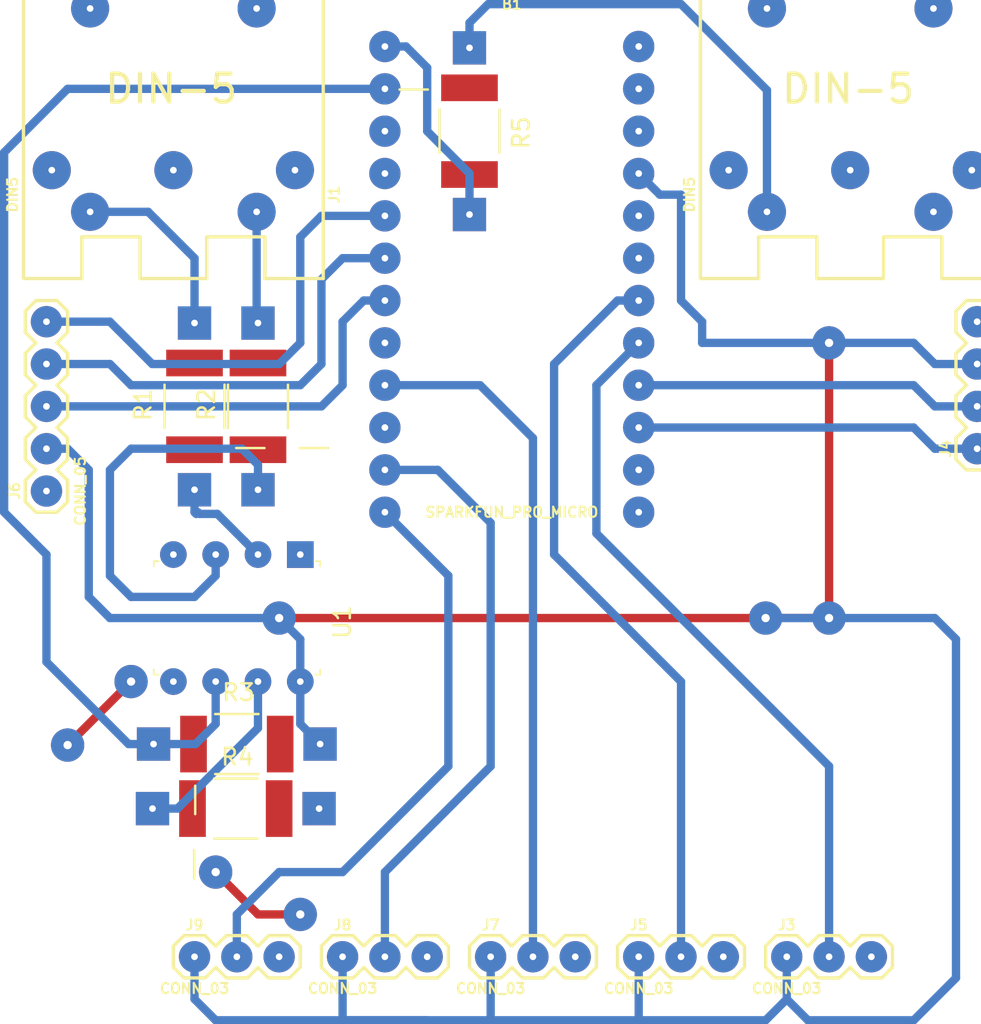
<source format=kicad_pcb>
(kicad_pcb (version 20171130) (host pcbnew "(5.1.4-0-10_14)")

  (general
    (thickness 1.6)
    (drawings 0)
    (tracks 145)
    (zones 0)
    (modules 16)
    (nets 39)
  )

  (page A4)
  (layers
    (0 F.Cu signal hide)
    (31 B.Cu signal)
    (32 B.Adhes user hide)
    (33 F.Adhes user hide)
    (34 B.Paste user hide)
    (35 F.Paste user hide)
    (36 B.SilkS user hide)
    (37 F.SilkS user hide)
    (38 B.Mask user hide)
    (39 F.Mask user hide)
    (40 Dwgs.User user hide)
    (41 Cmts.User user hide)
    (42 Eco1.User user hide)
    (43 Eco2.User user hide)
    (44 Edge.Cuts user hide)
    (45 Margin user hide)
    (46 B.CrtYd user hide)
    (47 F.CrtYd user hide)
    (48 B.Fab user hide)
    (49 F.Fab user hide)
  )

  (setup
    (last_trace_width 0.5)
    (user_trace_width 0.5)
    (user_trace_width 1)
    (user_trace_width 1.2)
    (user_trace_width 1.5)
    (user_trace_width 2)
    (trace_clearance 0.2)
    (zone_clearance 0.508)
    (zone_45_only no)
    (trace_min 0.2)
    (via_size 0.8)
    (via_drill 0.4)
    (via_min_size 0.4)
    (via_min_drill 0.3)
    (user_via 2 0.5)
    (uvia_size 0.3)
    (uvia_drill 0.1)
    (uvias_allowed no)
    (uvia_min_size 0.2)
    (uvia_min_drill 0.1)
    (edge_width 0.05)
    (segment_width 0.2)
    (pcb_text_width 0.3)
    (pcb_text_size 1.5 1.5)
    (mod_edge_width 0.12)
    (mod_text_size 1 1)
    (mod_text_width 0.15)
    (pad_size 1.8796 1.8796)
    (pad_drill 0.4)
    (pad_to_mask_clearance 0.051)
    (solder_mask_min_width 0.25)
    (aux_axis_origin 0 0)
    (visible_elements FFF9F71F)
    (pcbplotparams
      (layerselection 0x010fc_ffffffff)
      (usegerberextensions false)
      (usegerberattributes false)
      (usegerberadvancedattributes false)
      (creategerberjobfile false)
      (excludeedgelayer true)
      (linewidth 0.100000)
      (plotframeref false)
      (viasonmask false)
      (mode 1)
      (useauxorigin false)
      (hpglpennumber 1)
      (hpglpenspeed 20)
      (hpglpendiameter 15.000000)
      (psnegative false)
      (psa4output false)
      (plotreference true)
      (plotvalue true)
      (plotinvisibletext false)
      (padsonsilk false)
      (subtractmaskfromsilk false)
      (outputformat 1)
      (mirror false)
      (drillshape 1)
      (scaleselection 1)
      (outputdirectory ""))
  )

  (net 0 "")
  (net 1 "Net-(B1-Pad24)")
  (net 2 GND)
  (net 3 "Net-(B1-Pad22)")
  (net 4 "Net-(B1-Pad21)")
  (net 5 "Net-(B1-Pad20)")
  (net 6 "Net-(B1-Pad19)")
  (net 7 "Net-(B1-Pad18)")
  (net 8 "Net-(B1-Pad17)")
  (net 9 "Net-(B1-Pad16)")
  (net 10 "Net-(B1-Pad15)")
  (net 11 "Net-(B1-Pad14)")
  (net 12 "Net-(B1-Pad13)")
  (net 13 "Net-(B1-Pad12)")
  (net 14 "Net-(B1-Pad11)")
  (net 15 "Net-(B1-Pad10)")
  (net 16 "Net-(B1-Pad9)")
  (net 17 "Net-(B1-Pad8)")
  (net 18 "Net-(B1-Pad7)")
  (net 19 "Net-(B1-Pad6)")
  (net 20 "Net-(B1-Pad5)")
  (net 21 "Net-(B1-Pad4)")
  (net 22 "Net-(B1-Pad3)")
  (net 23 "Net-(B1-Pad2)")
  (net 24 "Net-(B1-Pad1)")
  (net 25 "Net-(J1-Pad5)")
  (net 26 "Net-(J1-Pad4)")
  (net 27 "Net-(J1-Pad3)")
  (net 28 "Net-(J1-Pad2)")
  (net 29 "Net-(J1-Pad1)")
  (net 30 "Net-(J2-Pad4)")
  (net 31 "Net-(J2-Pad3)")
  (net 32 "Net-(J2-Pad2)")
  (net 33 "Net-(J2-Pad1)")
  (net 34 "Net-(R1-Pad1)")
  (net 35 "Net-(R2-Pad1)")
  (net 36 "Net-(R4-Pad1)")
  (net 37 "Net-(U1-Pad4)")
  (net 38 "Net-(U1-Pad1)")

  (net_class Default "This is the default net class."
    (clearance 0.2)
    (trace_width 0.25)
    (via_dia 0.8)
    (via_drill 0.4)
    (uvia_dia 0.3)
    (uvia_drill 0.1)
    (add_net GND)
    (add_net "Net-(B1-Pad1)")
    (add_net "Net-(B1-Pad10)")
    (add_net "Net-(B1-Pad11)")
    (add_net "Net-(B1-Pad12)")
    (add_net "Net-(B1-Pad13)")
    (add_net "Net-(B1-Pad14)")
    (add_net "Net-(B1-Pad15)")
    (add_net "Net-(B1-Pad16)")
    (add_net "Net-(B1-Pad17)")
    (add_net "Net-(B1-Pad18)")
    (add_net "Net-(B1-Pad19)")
    (add_net "Net-(B1-Pad2)")
    (add_net "Net-(B1-Pad20)")
    (add_net "Net-(B1-Pad21)")
    (add_net "Net-(B1-Pad22)")
    (add_net "Net-(B1-Pad24)")
    (add_net "Net-(B1-Pad3)")
    (add_net "Net-(B1-Pad4)")
    (add_net "Net-(B1-Pad5)")
    (add_net "Net-(B1-Pad6)")
    (add_net "Net-(B1-Pad7)")
    (add_net "Net-(B1-Pad8)")
    (add_net "Net-(B1-Pad9)")
    (add_net "Net-(J1-Pad1)")
    (add_net "Net-(J1-Pad2)")
    (add_net "Net-(J1-Pad3)")
    (add_net "Net-(J1-Pad4)")
    (add_net "Net-(J1-Pad5)")
    (add_net "Net-(J2-Pad1)")
    (add_net "Net-(J2-Pad2)")
    (add_net "Net-(J2-Pad3)")
    (add_net "Net-(J2-Pad4)")
    (add_net "Net-(R1-Pad1)")
    (add_net "Net-(R2-Pad1)")
    (add_net "Net-(R4-Pad1)")
    (add_net "Net-(U1-Pad1)")
    (add_net "Net-(U1-Pad4)")
  )

  (module Sparkfun_Connectors:1X03 (layer F.Cu) (tedit 5DC145E5) (tstamp 5DC0BE40)
    (at 124.46 95.25)
    (descr "PLATED THROUGH HOLE - 3 PIN")
    (tags "PLATED THROUGH HOLE - 3 PIN")
    (path /5DC7B154)
    (attr virtual)
    (fp_text reference J9 (at 0 -1.905) (layer F.SilkS)
      (effects (font (size 0.6096 0.6096) (thickness 0.127)))
    )
    (fp_text value CONN_03 (at 0 1.905) (layer F.SilkS)
      (effects (font (size 0.6096 0.6096) (thickness 0.127)))
    )
    (fp_line (start 6.35 -0.635) (end 6.35 0.635) (layer F.SilkS) (width 0.2032))
    (fp_line (start 0.635 1.27) (end -0.635 1.27) (layer F.SilkS) (width 0.2032))
    (fp_line (start -1.27 0.635) (end -0.635 1.27) (layer F.SilkS) (width 0.2032))
    (fp_line (start -0.635 -1.27) (end -1.27 -0.635) (layer F.SilkS) (width 0.2032))
    (fp_line (start -1.27 -0.635) (end -1.27 0.635) (layer F.SilkS) (width 0.2032))
    (fp_line (start 1.905 1.27) (end 1.27 0.635) (layer F.SilkS) (width 0.2032))
    (fp_line (start 3.175 1.27) (end 1.905 1.27) (layer F.SilkS) (width 0.2032))
    (fp_line (start 3.81 0.635) (end 3.175 1.27) (layer F.SilkS) (width 0.2032))
    (fp_line (start 3.175 -1.27) (end 3.81 -0.635) (layer F.SilkS) (width 0.2032))
    (fp_line (start 1.905 -1.27) (end 3.175 -1.27) (layer F.SilkS) (width 0.2032))
    (fp_line (start 1.27 -0.635) (end 1.905 -1.27) (layer F.SilkS) (width 0.2032))
    (fp_line (start 1.27 0.635) (end 0.635 1.27) (layer F.SilkS) (width 0.2032))
    (fp_line (start 0.635 -1.27) (end 1.27 -0.635) (layer F.SilkS) (width 0.2032))
    (fp_line (start -0.635 -1.27) (end 0.635 -1.27) (layer F.SilkS) (width 0.2032))
    (fp_line (start 4.445 1.27) (end 3.81 0.635) (layer F.SilkS) (width 0.2032))
    (fp_line (start 5.715 1.27) (end 4.445 1.27) (layer F.SilkS) (width 0.2032))
    (fp_line (start 6.35 0.635) (end 5.715 1.27) (layer F.SilkS) (width 0.2032))
    (fp_line (start 5.715 -1.27) (end 6.35 -0.635) (layer F.SilkS) (width 0.2032))
    (fp_line (start 4.445 -1.27) (end 5.715 -1.27) (layer F.SilkS) (width 0.2032))
    (fp_line (start 3.81 -0.635) (end 4.445 -1.27) (layer F.SilkS) (width 0.2032))
    (fp_line (start -0.254 0.254) (end -0.254 -0.254) (layer Dwgs.User) (width 0.06604))
    (fp_line (start -0.254 -0.254) (end 0.254 -0.254) (layer Dwgs.User) (width 0.06604))
    (fp_line (start 0.254 0.254) (end 0.254 -0.254) (layer Dwgs.User) (width 0.06604))
    (fp_line (start -0.254 0.254) (end 0.254 0.254) (layer Dwgs.User) (width 0.06604))
    (fp_line (start 2.286 0.254) (end 2.286 -0.254) (layer Dwgs.User) (width 0.06604))
    (fp_line (start 2.286 -0.254) (end 2.794 -0.254) (layer Dwgs.User) (width 0.06604))
    (fp_line (start 2.794 0.254) (end 2.794 -0.254) (layer Dwgs.User) (width 0.06604))
    (fp_line (start 2.286 0.254) (end 2.794 0.254) (layer Dwgs.User) (width 0.06604))
    (fp_line (start 4.826 0.254) (end 4.826 -0.254) (layer Dwgs.User) (width 0.06604))
    (fp_line (start 4.826 -0.254) (end 5.334 -0.254) (layer Dwgs.User) (width 0.06604))
    (fp_line (start 5.334 0.254) (end 5.334 -0.254) (layer Dwgs.User) (width 0.06604))
    (fp_line (start 4.826 0.254) (end 5.334 0.254) (layer Dwgs.User) (width 0.06604))
    (pad 3 thru_hole circle (at 5.08 0) (size 1.8796 1.8796) (drill 0.4) (layers *.Cu *.Mask)
      (net 2 GND) (solder_mask_margin 0.1016))
    (pad 2 thru_hole circle (at 2.54 0) (size 1.8796 1.8796) (drill 0.4) (layers *.Cu *.Mask)
      (net 13 "Net-(B1-Pad12)") (solder_mask_margin 0.1016))
    (pad 1 thru_hole circle (at 0 0) (size 1.8796 1.8796) (drill 0.4) (layers *.Cu *.Mask)
      (net 4 "Net-(B1-Pad21)") (solder_mask_margin 0.1016))
  )

  (module Sparkfun_Connectors:1X03 (layer F.Cu) (tedit 5DC145F9) (tstamp 5DC0BE1A)
    (at 133.35 95.25)
    (descr "PLATED THROUGH HOLE - 3 PIN")
    (tags "PLATED THROUGH HOLE - 3 PIN")
    (path /5DC7B833)
    (attr virtual)
    (fp_text reference J8 (at 0 -1.905) (layer F.SilkS)
      (effects (font (size 0.6096 0.6096) (thickness 0.127)))
    )
    (fp_text value CONN_03 (at 0 1.905) (layer F.SilkS)
      (effects (font (size 0.6096 0.6096) (thickness 0.127)))
    )
    (fp_line (start 6.35 -0.635) (end 6.35 0.635) (layer F.SilkS) (width 0.2032))
    (fp_line (start 0.635 1.27) (end -0.635 1.27) (layer F.SilkS) (width 0.2032))
    (fp_line (start -1.27 0.635) (end -0.635 1.27) (layer F.SilkS) (width 0.2032))
    (fp_line (start -0.635 -1.27) (end -1.27 -0.635) (layer F.SilkS) (width 0.2032))
    (fp_line (start -1.27 -0.635) (end -1.27 0.635) (layer F.SilkS) (width 0.2032))
    (fp_line (start 1.905 1.27) (end 1.27 0.635) (layer F.SilkS) (width 0.2032))
    (fp_line (start 3.175 1.27) (end 1.905 1.27) (layer F.SilkS) (width 0.2032))
    (fp_line (start 3.81 0.635) (end 3.175 1.27) (layer F.SilkS) (width 0.2032))
    (fp_line (start 3.175 -1.27) (end 3.81 -0.635) (layer F.SilkS) (width 0.2032))
    (fp_line (start 1.905 -1.27) (end 3.175 -1.27) (layer F.SilkS) (width 0.2032))
    (fp_line (start 1.27 -0.635) (end 1.905 -1.27) (layer F.SilkS) (width 0.2032))
    (fp_line (start 1.27 0.635) (end 0.635 1.27) (layer F.SilkS) (width 0.2032))
    (fp_line (start 0.635 -1.27) (end 1.27 -0.635) (layer F.SilkS) (width 0.2032))
    (fp_line (start -0.635 -1.27) (end 0.635 -1.27) (layer F.SilkS) (width 0.2032))
    (fp_line (start 4.445 1.27) (end 3.81 0.635) (layer F.SilkS) (width 0.2032))
    (fp_line (start 5.715 1.27) (end 4.445 1.27) (layer F.SilkS) (width 0.2032))
    (fp_line (start 6.35 0.635) (end 5.715 1.27) (layer F.SilkS) (width 0.2032))
    (fp_line (start 5.715 -1.27) (end 6.35 -0.635) (layer F.SilkS) (width 0.2032))
    (fp_line (start 4.445 -1.27) (end 5.715 -1.27) (layer F.SilkS) (width 0.2032))
    (fp_line (start 3.81 -0.635) (end 4.445 -1.27) (layer F.SilkS) (width 0.2032))
    (fp_line (start -0.254 0.254) (end -0.254 -0.254) (layer Dwgs.User) (width 0.06604))
    (fp_line (start -0.254 -0.254) (end 0.254 -0.254) (layer Dwgs.User) (width 0.06604))
    (fp_line (start 0.254 0.254) (end 0.254 -0.254) (layer Dwgs.User) (width 0.06604))
    (fp_line (start -0.254 0.254) (end 0.254 0.254) (layer Dwgs.User) (width 0.06604))
    (fp_line (start 2.286 0.254) (end 2.286 -0.254) (layer Dwgs.User) (width 0.06604))
    (fp_line (start 2.286 -0.254) (end 2.794 -0.254) (layer Dwgs.User) (width 0.06604))
    (fp_line (start 2.794 0.254) (end 2.794 -0.254) (layer Dwgs.User) (width 0.06604))
    (fp_line (start 2.286 0.254) (end 2.794 0.254) (layer Dwgs.User) (width 0.06604))
    (fp_line (start 4.826 0.254) (end 4.826 -0.254) (layer Dwgs.User) (width 0.06604))
    (fp_line (start 4.826 -0.254) (end 5.334 -0.254) (layer Dwgs.User) (width 0.06604))
    (fp_line (start 5.334 0.254) (end 5.334 -0.254) (layer Dwgs.User) (width 0.06604))
    (fp_line (start 4.826 0.254) (end 5.334 0.254) (layer Dwgs.User) (width 0.06604))
    (pad 3 thru_hole circle (at 5.08 0) (size 1.8796 1.8796) (drill 0.4) (layers *.Cu *.Mask)
      (net 2 GND) (solder_mask_margin 0.1016))
    (pad 2 thru_hole circle (at 2.54 0) (size 1.8796 1.8796) (drill 0.4) (layers *.Cu *.Mask)
      (net 14 "Net-(B1-Pad11)") (solder_mask_margin 0.1016))
    (pad 1 thru_hole circle (at 0 0) (size 1.8796 1.8796) (drill 0.4) (layers *.Cu *.Mask)
      (net 4 "Net-(B1-Pad21)") (solder_mask_margin 0.1016))
  )

  (module Sparkfun_Connectors:1X03 (layer F.Cu) (tedit 5DC14608) (tstamp 5DC0BDF4)
    (at 142.24 95.25)
    (descr "PLATED THROUGH HOLE - 3 PIN")
    (tags "PLATED THROUGH HOLE - 3 PIN")
    (path /5DC7BBB2)
    (attr virtual)
    (fp_text reference J7 (at 0 -1.905) (layer F.SilkS)
      (effects (font (size 0.6096 0.6096) (thickness 0.127)))
    )
    (fp_text value CONN_03 (at 0 1.905) (layer F.SilkS)
      (effects (font (size 0.6096 0.6096) (thickness 0.127)))
    )
    (fp_line (start 6.35 -0.635) (end 6.35 0.635) (layer F.SilkS) (width 0.2032))
    (fp_line (start 0.635 1.27) (end -0.635 1.27) (layer F.SilkS) (width 0.2032))
    (fp_line (start -1.27 0.635) (end -0.635 1.27) (layer F.SilkS) (width 0.2032))
    (fp_line (start -0.635 -1.27) (end -1.27 -0.635) (layer F.SilkS) (width 0.2032))
    (fp_line (start -1.27 -0.635) (end -1.27 0.635) (layer F.SilkS) (width 0.2032))
    (fp_line (start 1.905 1.27) (end 1.27 0.635) (layer F.SilkS) (width 0.2032))
    (fp_line (start 3.175 1.27) (end 1.905 1.27) (layer F.SilkS) (width 0.2032))
    (fp_line (start 3.81 0.635) (end 3.175 1.27) (layer F.SilkS) (width 0.2032))
    (fp_line (start 3.175 -1.27) (end 3.81 -0.635) (layer F.SilkS) (width 0.2032))
    (fp_line (start 1.905 -1.27) (end 3.175 -1.27) (layer F.SilkS) (width 0.2032))
    (fp_line (start 1.27 -0.635) (end 1.905 -1.27) (layer F.SilkS) (width 0.2032))
    (fp_line (start 1.27 0.635) (end 0.635 1.27) (layer F.SilkS) (width 0.2032))
    (fp_line (start 0.635 -1.27) (end 1.27 -0.635) (layer F.SilkS) (width 0.2032))
    (fp_line (start -0.635 -1.27) (end 0.635 -1.27) (layer F.SilkS) (width 0.2032))
    (fp_line (start 4.445 1.27) (end 3.81 0.635) (layer F.SilkS) (width 0.2032))
    (fp_line (start 5.715 1.27) (end 4.445 1.27) (layer F.SilkS) (width 0.2032))
    (fp_line (start 6.35 0.635) (end 5.715 1.27) (layer F.SilkS) (width 0.2032))
    (fp_line (start 5.715 -1.27) (end 6.35 -0.635) (layer F.SilkS) (width 0.2032))
    (fp_line (start 4.445 -1.27) (end 5.715 -1.27) (layer F.SilkS) (width 0.2032))
    (fp_line (start 3.81 -0.635) (end 4.445 -1.27) (layer F.SilkS) (width 0.2032))
    (fp_line (start -0.254 0.254) (end -0.254 -0.254) (layer Dwgs.User) (width 0.06604))
    (fp_line (start -0.254 -0.254) (end 0.254 -0.254) (layer Dwgs.User) (width 0.06604))
    (fp_line (start 0.254 0.254) (end 0.254 -0.254) (layer Dwgs.User) (width 0.06604))
    (fp_line (start -0.254 0.254) (end 0.254 0.254) (layer Dwgs.User) (width 0.06604))
    (fp_line (start 2.286 0.254) (end 2.286 -0.254) (layer Dwgs.User) (width 0.06604))
    (fp_line (start 2.286 -0.254) (end 2.794 -0.254) (layer Dwgs.User) (width 0.06604))
    (fp_line (start 2.794 0.254) (end 2.794 -0.254) (layer Dwgs.User) (width 0.06604))
    (fp_line (start 2.286 0.254) (end 2.794 0.254) (layer Dwgs.User) (width 0.06604))
    (fp_line (start 4.826 0.254) (end 4.826 -0.254) (layer Dwgs.User) (width 0.06604))
    (fp_line (start 4.826 -0.254) (end 5.334 -0.254) (layer Dwgs.User) (width 0.06604))
    (fp_line (start 5.334 0.254) (end 5.334 -0.254) (layer Dwgs.User) (width 0.06604))
    (fp_line (start 4.826 0.254) (end 5.334 0.254) (layer Dwgs.User) (width 0.06604))
    (pad 3 thru_hole circle (at 5.08 0) (size 1.8796 1.8796) (drill 0.4) (layers *.Cu *.Mask)
      (net 2 GND) (solder_mask_margin 0.1016))
    (pad 2 thru_hole circle (at 2.54 0) (size 1.8796 1.8796) (drill 0.4) (layers *.Cu *.Mask)
      (net 16 "Net-(B1-Pad9)") (solder_mask_margin 0.1016))
    (pad 1 thru_hole circle (at 0 0) (size 1.8796 1.8796) (drill 0.4) (layers *.Cu *.Mask)
      (net 4 "Net-(B1-Pad21)") (solder_mask_margin 0.1016))
  )

  (module Sparkfun_Connectors:1X03 (layer F.Cu) (tedit 5DC14619) (tstamp 5DC0BDCE)
    (at 151.13 95.25)
    (descr "PLATED THROUGH HOLE - 3 PIN")
    (tags "PLATED THROUGH HOLE - 3 PIN")
    (path /5DC71CAA)
    (attr virtual)
    (fp_text reference J5 (at 0 -1.905) (layer F.SilkS)
      (effects (font (size 0.6096 0.6096) (thickness 0.127)))
    )
    (fp_text value CONN_03 (at 0 1.905) (layer F.SilkS)
      (effects (font (size 0.6096 0.6096) (thickness 0.127)))
    )
    (fp_line (start 6.35 -0.635) (end 6.35 0.635) (layer F.SilkS) (width 0.2032))
    (fp_line (start 0.635 1.27) (end -0.635 1.27) (layer F.SilkS) (width 0.2032))
    (fp_line (start -1.27 0.635) (end -0.635 1.27) (layer F.SilkS) (width 0.2032))
    (fp_line (start -0.635 -1.27) (end -1.27 -0.635) (layer F.SilkS) (width 0.2032))
    (fp_line (start -1.27 -0.635) (end -1.27 0.635) (layer F.SilkS) (width 0.2032))
    (fp_line (start 1.905 1.27) (end 1.27 0.635) (layer F.SilkS) (width 0.2032))
    (fp_line (start 3.175 1.27) (end 1.905 1.27) (layer F.SilkS) (width 0.2032))
    (fp_line (start 3.81 0.635) (end 3.175 1.27) (layer F.SilkS) (width 0.2032))
    (fp_line (start 3.175 -1.27) (end 3.81 -0.635) (layer F.SilkS) (width 0.2032))
    (fp_line (start 1.905 -1.27) (end 3.175 -1.27) (layer F.SilkS) (width 0.2032))
    (fp_line (start 1.27 -0.635) (end 1.905 -1.27) (layer F.SilkS) (width 0.2032))
    (fp_line (start 1.27 0.635) (end 0.635 1.27) (layer F.SilkS) (width 0.2032))
    (fp_line (start 0.635 -1.27) (end 1.27 -0.635) (layer F.SilkS) (width 0.2032))
    (fp_line (start -0.635 -1.27) (end 0.635 -1.27) (layer F.SilkS) (width 0.2032))
    (fp_line (start 4.445 1.27) (end 3.81 0.635) (layer F.SilkS) (width 0.2032))
    (fp_line (start 5.715 1.27) (end 4.445 1.27) (layer F.SilkS) (width 0.2032))
    (fp_line (start 6.35 0.635) (end 5.715 1.27) (layer F.SilkS) (width 0.2032))
    (fp_line (start 5.715 -1.27) (end 6.35 -0.635) (layer F.SilkS) (width 0.2032))
    (fp_line (start 4.445 -1.27) (end 5.715 -1.27) (layer F.SilkS) (width 0.2032))
    (fp_line (start 3.81 -0.635) (end 4.445 -1.27) (layer F.SilkS) (width 0.2032))
    (fp_line (start -0.254 0.254) (end -0.254 -0.254) (layer Dwgs.User) (width 0.06604))
    (fp_line (start -0.254 -0.254) (end 0.254 -0.254) (layer Dwgs.User) (width 0.06604))
    (fp_line (start 0.254 0.254) (end 0.254 -0.254) (layer Dwgs.User) (width 0.06604))
    (fp_line (start -0.254 0.254) (end 0.254 0.254) (layer Dwgs.User) (width 0.06604))
    (fp_line (start 2.286 0.254) (end 2.286 -0.254) (layer Dwgs.User) (width 0.06604))
    (fp_line (start 2.286 -0.254) (end 2.794 -0.254) (layer Dwgs.User) (width 0.06604))
    (fp_line (start 2.794 0.254) (end 2.794 -0.254) (layer Dwgs.User) (width 0.06604))
    (fp_line (start 2.286 0.254) (end 2.794 0.254) (layer Dwgs.User) (width 0.06604))
    (fp_line (start 4.826 0.254) (end 4.826 -0.254) (layer Dwgs.User) (width 0.06604))
    (fp_line (start 4.826 -0.254) (end 5.334 -0.254) (layer Dwgs.User) (width 0.06604))
    (fp_line (start 5.334 0.254) (end 5.334 -0.254) (layer Dwgs.User) (width 0.06604))
    (fp_line (start 4.826 0.254) (end 5.334 0.254) (layer Dwgs.User) (width 0.06604))
    (pad 3 thru_hole circle (at 5.08 0) (size 1.8796 1.8796) (drill 0.4) (layers *.Cu *.Mask)
      (net 2 GND) (solder_mask_margin 0.1016))
    (pad 2 thru_hole circle (at 2.54 0) (size 1.8796 1.8796) (drill 0.4) (layers *.Cu *.Mask)
      (net 7 "Net-(B1-Pad18)") (solder_mask_margin 0.1016))
    (pad 1 thru_hole circle (at 0 0) (size 1.8796 1.8796) (drill 0.4) (layers *.Cu *.Mask)
      (net 4 "Net-(B1-Pad21)") (solder_mask_margin 0.1016))
  )

  (module Sparkfun_Connectors:1X04 (layer F.Cu) (tedit 5DC1464A) (tstamp 5DC0BDAD)
    (at 171.45 64.77 90)
    (descr "PLATED THROUGH HOLE - 4 PIN")
    (tags "PLATED THROUGH HOLE - 4 PIN")
    (path /5DC6CDC2)
    (attr virtual)
    (fp_text reference J4 (at 0 -1.905 90) (layer F.SilkS)
      (effects (font (size 0.6096 0.6096) (thickness 0.127)))
    )
    (fp_text value CONN_04 (at 0 1.905 90) (layer F.SilkS)
      (effects (font (size 0.6096 0.6096) (thickness 0.127)))
    )
    (fp_line (start 8.89 -0.635) (end 8.89 0.635) (layer F.SilkS) (width 0.2032))
    (fp_line (start 0.635 1.27) (end -0.635 1.27) (layer F.SilkS) (width 0.2032))
    (fp_line (start -1.27 0.635) (end -0.635 1.27) (layer F.SilkS) (width 0.2032))
    (fp_line (start -0.635 -1.27) (end -1.27 -0.635) (layer F.SilkS) (width 0.2032))
    (fp_line (start -1.27 -0.635) (end -1.27 0.635) (layer F.SilkS) (width 0.2032))
    (fp_line (start 1.905 1.27) (end 1.27 0.635) (layer F.SilkS) (width 0.2032))
    (fp_line (start 3.175 1.27) (end 1.905 1.27) (layer F.SilkS) (width 0.2032))
    (fp_line (start 3.81 0.635) (end 3.175 1.27) (layer F.SilkS) (width 0.2032))
    (fp_line (start 3.175 -1.27) (end 3.81 -0.635) (layer F.SilkS) (width 0.2032))
    (fp_line (start 1.905 -1.27) (end 3.175 -1.27) (layer F.SilkS) (width 0.2032))
    (fp_line (start 1.27 -0.635) (end 1.905 -1.27) (layer F.SilkS) (width 0.2032))
    (fp_line (start 1.27 0.635) (end 0.635 1.27) (layer F.SilkS) (width 0.2032))
    (fp_line (start 0.635 -1.27) (end 1.27 -0.635) (layer F.SilkS) (width 0.2032))
    (fp_line (start -0.635 -1.27) (end 0.635 -1.27) (layer F.SilkS) (width 0.2032))
    (fp_line (start 8.255 1.27) (end 6.985 1.27) (layer F.SilkS) (width 0.2032))
    (fp_line (start 6.35 0.635) (end 6.985 1.27) (layer F.SilkS) (width 0.2032))
    (fp_line (start 6.985 -1.27) (end 6.35 -0.635) (layer F.SilkS) (width 0.2032))
    (fp_line (start 4.445 1.27) (end 3.81 0.635) (layer F.SilkS) (width 0.2032))
    (fp_line (start 5.715 1.27) (end 4.445 1.27) (layer F.SilkS) (width 0.2032))
    (fp_line (start 6.35 0.635) (end 5.715 1.27) (layer F.SilkS) (width 0.2032))
    (fp_line (start 5.715 -1.27) (end 6.35 -0.635) (layer F.SilkS) (width 0.2032))
    (fp_line (start 4.445 -1.27) (end 5.715 -1.27) (layer F.SilkS) (width 0.2032))
    (fp_line (start 3.81 -0.635) (end 4.445 -1.27) (layer F.SilkS) (width 0.2032))
    (fp_line (start 8.89 0.635) (end 8.255 1.27) (layer F.SilkS) (width 0.2032))
    (fp_line (start 8.255 -1.27) (end 8.89 -0.635) (layer F.SilkS) (width 0.2032))
    (fp_line (start 6.985 -1.27) (end 8.255 -1.27) (layer F.SilkS) (width 0.2032))
    (pad 4 thru_hole circle (at 7.62 0 90) (size 1.8796 1.8796) (drill 0.4) (layers *.Cu *.Mask)
      (net 2 GND) (solder_mask_margin 0.1016))
    (pad 3 thru_hole circle (at 5.08 0 90) (size 1.8796 1.8796) (drill 0.4) (layers *.Cu *.Mask)
      (net 4 "Net-(B1-Pad21)") (solder_mask_margin 0.1016))
    (pad 2 thru_hole circle (at 2.54 0 90) (size 1.8796 1.8796) (drill 0.4) (layers *.Cu *.Mask)
      (net 9 "Net-(B1-Pad16)") (solder_mask_margin 0.1016))
    (pad 1 thru_hole circle (at 0 0 90) (size 1.8796 1.8796) (drill 0.4) (layers *.Cu *.Mask)
      (net 10 "Net-(B1-Pad15)") (solder_mask_margin 0.1016))
  )

  (module Sparkfun_Connectors:1X03 (layer F.Cu) (tedit 5DC1462C) (tstamp 5DC0BD87)
    (at 160.02 95.25)
    (descr "PLATED THROUGH HOLE - 3 PIN")
    (tags "PLATED THROUGH HOLE - 3 PIN")
    (path /5DC71122)
    (attr virtual)
    (fp_text reference J3 (at 0 -1.905) (layer F.SilkS)
      (effects (font (size 0.6096 0.6096) (thickness 0.127)))
    )
    (fp_text value CONN_03 (at 0 1.905) (layer F.SilkS)
      (effects (font (size 0.6096 0.6096) (thickness 0.127)))
    )
    (fp_line (start 6.35 -0.635) (end 6.35 0.635) (layer F.SilkS) (width 0.2032))
    (fp_line (start 0.635 1.27) (end -0.635 1.27) (layer F.SilkS) (width 0.2032))
    (fp_line (start -1.27 0.635) (end -0.635 1.27) (layer F.SilkS) (width 0.2032))
    (fp_line (start -0.635 -1.27) (end -1.27 -0.635) (layer F.SilkS) (width 0.2032))
    (fp_line (start -1.27 -0.635) (end -1.27 0.635) (layer F.SilkS) (width 0.2032))
    (fp_line (start 1.905 1.27) (end 1.27 0.635) (layer F.SilkS) (width 0.2032))
    (fp_line (start 3.175 1.27) (end 1.905 1.27) (layer F.SilkS) (width 0.2032))
    (fp_line (start 3.81 0.635) (end 3.175 1.27) (layer F.SilkS) (width 0.2032))
    (fp_line (start 3.175 -1.27) (end 3.81 -0.635) (layer F.SilkS) (width 0.2032))
    (fp_line (start 1.905 -1.27) (end 3.175 -1.27) (layer F.SilkS) (width 0.2032))
    (fp_line (start 1.27 -0.635) (end 1.905 -1.27) (layer F.SilkS) (width 0.2032))
    (fp_line (start 1.27 0.635) (end 0.635 1.27) (layer F.SilkS) (width 0.2032))
    (fp_line (start 0.635 -1.27) (end 1.27 -0.635) (layer F.SilkS) (width 0.2032))
    (fp_line (start -0.635 -1.27) (end 0.635 -1.27) (layer F.SilkS) (width 0.2032))
    (fp_line (start 4.445 1.27) (end 3.81 0.635) (layer F.SilkS) (width 0.2032))
    (fp_line (start 5.715 1.27) (end 4.445 1.27) (layer F.SilkS) (width 0.2032))
    (fp_line (start 6.35 0.635) (end 5.715 1.27) (layer F.SilkS) (width 0.2032))
    (fp_line (start 5.715 -1.27) (end 6.35 -0.635) (layer F.SilkS) (width 0.2032))
    (fp_line (start 4.445 -1.27) (end 5.715 -1.27) (layer F.SilkS) (width 0.2032))
    (fp_line (start 3.81 -0.635) (end 4.445 -1.27) (layer F.SilkS) (width 0.2032))
    (fp_line (start -0.254 0.254) (end -0.254 -0.254) (layer Dwgs.User) (width 0.06604))
    (fp_line (start -0.254 -0.254) (end 0.254 -0.254) (layer Dwgs.User) (width 0.06604))
    (fp_line (start 0.254 0.254) (end 0.254 -0.254) (layer Dwgs.User) (width 0.06604))
    (fp_line (start -0.254 0.254) (end 0.254 0.254) (layer Dwgs.User) (width 0.06604))
    (fp_line (start 2.286 0.254) (end 2.286 -0.254) (layer Dwgs.User) (width 0.06604))
    (fp_line (start 2.286 -0.254) (end 2.794 -0.254) (layer Dwgs.User) (width 0.06604))
    (fp_line (start 2.794 0.254) (end 2.794 -0.254) (layer Dwgs.User) (width 0.06604))
    (fp_line (start 2.286 0.254) (end 2.794 0.254) (layer Dwgs.User) (width 0.06604))
    (fp_line (start 4.826 0.254) (end 4.826 -0.254) (layer Dwgs.User) (width 0.06604))
    (fp_line (start 4.826 -0.254) (end 5.334 -0.254) (layer Dwgs.User) (width 0.06604))
    (fp_line (start 5.334 0.254) (end 5.334 -0.254) (layer Dwgs.User) (width 0.06604))
    (fp_line (start 4.826 0.254) (end 5.334 0.254) (layer Dwgs.User) (width 0.06604))
    (pad 3 thru_hole circle (at 5.08 0) (size 1.8796 1.8796) (drill 0.4) (layers *.Cu *.Mask)
      (net 2 GND) (solder_mask_margin 0.1016))
    (pad 2 thru_hole circle (at 2.54 0) (size 1.8796 1.8796) (drill 0.4) (layers *.Cu *.Mask)
      (net 8 "Net-(B1-Pad17)") (solder_mask_margin 0.1016))
    (pad 1 thru_hole circle (at 0 0) (size 1.8796 1.8796) (drill 0.4) (layers *.Cu *.Mask)
      (net 4 "Net-(B1-Pad21)") (solder_mask_margin 0.1016))
  )

  (module Sparkfun_Connectors:1X05 (layer F.Cu) (tedit 5DC14576) (tstamp 5DBDA428)
    (at 115.57 67.31 90)
    (descr "PLATED THROUGH HOLE - 5 PIN")
    (tags "PLATED THROUGH HOLE - 5 PIN")
    (path /5DC364B3)
    (attr virtual)
    (fp_text reference J6 (at 0 -1.905 90) (layer F.SilkS)
      (effects (font (size 0.6096 0.6096) (thickness 0.127)))
    )
    (fp_text value CONN_05 (at 0 2.032 90) (layer F.SilkS)
      (effects (font (size 0.6096 0.6096) (thickness 0.127)))
    )
    (fp_line (start 11.43 -0.635) (end 11.43 0.635) (layer F.SilkS) (width 0.2032))
    (fp_line (start 0.635 1.27) (end -0.635 1.27) (layer F.SilkS) (width 0.2032))
    (fp_line (start -1.27 0.635) (end -0.635 1.27) (layer F.SilkS) (width 0.2032))
    (fp_line (start -0.635 -1.27) (end -1.27 -0.635) (layer F.SilkS) (width 0.2032))
    (fp_line (start -1.27 -0.635) (end -1.27 0.635) (layer F.SilkS) (width 0.2032))
    (fp_line (start 1.905 1.27) (end 1.27 0.635) (layer F.SilkS) (width 0.2032))
    (fp_line (start 3.175 1.27) (end 1.905 1.27) (layer F.SilkS) (width 0.2032))
    (fp_line (start 3.81 0.635) (end 3.175 1.27) (layer F.SilkS) (width 0.2032))
    (fp_line (start 3.175 -1.27) (end 3.81 -0.635) (layer F.SilkS) (width 0.2032))
    (fp_line (start 1.905 -1.27) (end 3.175 -1.27) (layer F.SilkS) (width 0.2032))
    (fp_line (start 1.27 -0.635) (end 1.905 -1.27) (layer F.SilkS) (width 0.2032))
    (fp_line (start 1.27 0.635) (end 0.635 1.27) (layer F.SilkS) (width 0.2032))
    (fp_line (start 0.635 -1.27) (end 1.27 -0.635) (layer F.SilkS) (width 0.2032))
    (fp_line (start -0.635 -1.27) (end 0.635 -1.27) (layer F.SilkS) (width 0.2032))
    (fp_line (start 8.255 1.27) (end 6.985 1.27) (layer F.SilkS) (width 0.2032))
    (fp_line (start 6.35 0.635) (end 6.985 1.27) (layer F.SilkS) (width 0.2032))
    (fp_line (start 6.985 -1.27) (end 6.35 -0.635) (layer F.SilkS) (width 0.2032))
    (fp_line (start 4.445 1.27) (end 3.81 0.635) (layer F.SilkS) (width 0.2032))
    (fp_line (start 5.715 1.27) (end 4.445 1.27) (layer F.SilkS) (width 0.2032))
    (fp_line (start 6.35 0.635) (end 5.715 1.27) (layer F.SilkS) (width 0.2032))
    (fp_line (start 5.715 -1.27) (end 6.35 -0.635) (layer F.SilkS) (width 0.2032))
    (fp_line (start 4.445 -1.27) (end 5.715 -1.27) (layer F.SilkS) (width 0.2032))
    (fp_line (start 3.81 -0.635) (end 4.445 -1.27) (layer F.SilkS) (width 0.2032))
    (fp_line (start 9.525 1.27) (end 8.89 0.635) (layer F.SilkS) (width 0.2032))
    (fp_line (start 10.795 1.27) (end 9.525 1.27) (layer F.SilkS) (width 0.2032))
    (fp_line (start 11.43 0.635) (end 10.795 1.27) (layer F.SilkS) (width 0.2032))
    (fp_line (start 10.795 -1.27) (end 11.43 -0.635) (layer F.SilkS) (width 0.2032))
    (fp_line (start 9.525 -1.27) (end 10.795 -1.27) (layer F.SilkS) (width 0.2032))
    (fp_line (start 8.89 -0.635) (end 9.525 -1.27) (layer F.SilkS) (width 0.2032))
    (fp_line (start 8.89 0.635) (end 8.255 1.27) (layer F.SilkS) (width 0.2032))
    (fp_line (start 8.255 -1.27) (end 8.89 -0.635) (layer F.SilkS) (width 0.2032))
    (fp_line (start 6.985 -1.27) (end 8.255 -1.27) (layer F.SilkS) (width 0.2032))
    (pad 5 thru_hole circle (at 10.16 0 90) (size 1.8796 1.8796) (drill 0.4) (layers *.Cu *.Mask)
      (net 20 "Net-(B1-Pad5)") (solder_mask_margin 0.1016))
    (pad 4 thru_hole circle (at 7.62 0 90) (size 1.8796 1.8796) (drill 0.4) (layers *.Cu *.Mask)
      (net 19 "Net-(B1-Pad6)") (solder_mask_margin 0.1016))
    (pad 3 thru_hole circle (at 5.08 0 90) (size 1.8796 1.8796) (drill 0.4) (layers *.Cu *.Mask)
      (net 18 "Net-(B1-Pad7)") (solder_mask_margin 0.1016))
    (pad 2 thru_hole circle (at 2.54 0 90) (size 1.8796 1.8796) (drill 0.4) (layers *.Cu *.Mask)
      (net 4 "Net-(B1-Pad21)") (solder_mask_margin 0.1016))
    (pad 1 thru_hole circle (at 0 0 90) (size 1.8796 1.8796) (drill 0.4) (layers *.Cu *.Mask)
      (net 2 GND) (solder_mask_margin 0.1016))
  )

  (module digikey-footprints:DIP-8_W7.62mm (layer F.Cu) (tedit 5DC145AD) (tstamp 5DBB3389)
    (at 130.81 71.12 270)
    (descr http://media.digikey.com/pdf/Data%20Sheets/Lite-On%20PDFs/6N137%20Series.pdf)
    (path /5DBE6CD1)
    (fp_text reference U1 (at 4.05 -2.52 90) (layer F.SilkS)
      (effects (font (size 1 1) (thickness 0.15)))
    )
    (fp_text value 6N137 (at 3.7035 10.33 90) (layer F.Fab)
      (effects (font (size 1 1) (thickness 0.15)))
    )
    (fp_text user REF** (at 3.94 3.81 90) (layer F.Fab)
      (effects (font (size 1 1) (thickness 0.1)))
    )
    (fp_line (start 0.55 -1.04) (end 0.55 8.64) (layer F.Fab) (width 0.1))
    (fp_line (start 7.05 -1.04) (end 7.05 8.64) (layer F.Fab) (width 0.1))
    (fp_line (start 0.55 -1.04) (end 7.05 -1.04) (layer F.Fab) (width 0.1))
    (fp_line (start 0.55 8.64) (end 7.05 8.64) (layer F.Fab) (width 0.1))
    (fp_line (start 0.4 8.8) (end 0.7 8.8) (layer F.SilkS) (width 0.1))
    (fp_line (start 0.4 8.5) (end 0.4 8.8) (layer F.SilkS) (width 0.1))
    (fp_line (start 7.2 8.8) (end 6.9 8.8) (layer F.SilkS) (width 0.1))
    (fp_line (start 7.2 8.5) (end 7.2 8.8) (layer F.SilkS) (width 0.1))
    (fp_line (start 7.2 -1.2) (end 6.9 -1.2) (layer F.SilkS) (width 0.1))
    (fp_line (start 7.2 -0.9) (end 7.2 -1.2) (layer F.SilkS) (width 0.1))
    (fp_line (start 0.4 -1.2) (end 0.7 -1.2) (layer F.SilkS) (width 0.1))
    (fp_line (start 0.4 -0.9) (end 0.4 -1.2) (layer F.SilkS) (width 0.1))
    (fp_line (start -1.05 -1.29) (end 8.67 -1.29) (layer F.CrtYd) (width 0.1))
    (fp_line (start 8.67 -1.29) (end 8.67 8.89) (layer F.CrtYd) (width 0.1))
    (fp_line (start -1.05 -1.29) (end -1.05 8.89) (layer F.CrtYd) (width 0.1))
    (fp_line (start -1.05 8.89) (end 8.67 8.89) (layer F.CrtYd) (width 0.1))
    (pad 8 thru_hole circle (at 7.62 0 270) (size 1.6 1.6) (drill 0.4) (layers *.Cu *.Mask)
      (net 4 "Net-(B1-Pad21)"))
    (pad 7 thru_hole circle (at 7.62 2.54 270) (size 1.6 1.6) (drill 0.4) (layers *.Cu *.Mask)
      (net 36 "Net-(R4-Pad1)"))
    (pad 6 thru_hole circle (at 7.62 5.08 270) (size 1.6 1.6) (drill 0.4) (layers *.Cu *.Mask)
      (net 23 "Net-(B1-Pad2)"))
    (pad 5 thru_hole circle (at 7.62 7.62 270) (size 1.6 1.6) (drill 0.4) (layers *.Cu *.Mask)
      (net 2 GND))
    (pad 4 thru_hole circle (at 0 7.62 270) (size 1.6 1.6) (drill 0.4) (layers *.Cu *.Mask)
      (net 37 "Net-(U1-Pad4)"))
    (pad 3 thru_hole circle (at 0 5.08 270) (size 1.6 1.6) (drill 0.4) (layers *.Cu *.Mask)
      (net 35 "Net-(R2-Pad1)"))
    (pad 2 thru_hole circle (at 0 2.54 270) (size 1.6 1.6) (drill 0.4) (layers *.Cu *.Mask)
      (net 34 "Net-(R1-Pad1)"))
    (pad 1 thru_hole rect (at 0 0 270) (size 1.6 1.6) (drill 0.4) (layers *.Cu *.Mask)
      (net 38 "Net-(U1-Pad1)"))
    (model ${KISYS3DMOD}/Housings_DIP.3dshapes/DIP-8_W7.62mm.wrl
      (at (xyz 0 0 0))
      (scale (xyz 1 1 1))
      (rotate (xyz 0 0 0))
    )
  )

  (module Boards:SPARKFUN_PRO_MICRO (layer F.Cu) (tedit 5DC144C6) (tstamp 5DC06457)
    (at 143.51 53.34)
    (descr "SPARKFUN PRO MICO FOOTPRINT (WITH USB CONNECTOR)")
    (tags "SPARKFUN PRO MICO FOOTPRINT (WITH USB CONNECTOR)")
    (path /5DBE4BEE)
    (attr virtual)
    (fp_text reference B1 (at 0 -15.24) (layer F.SilkS)
      (effects (font (size 0.6096 0.6096) (thickness 0.127)))
    )
    (fp_text value SPARKFUN_PRO_MICRO (at 0 15.24) (layer F.SilkS)
      (effects (font (size 0.6096 0.6096) (thickness 0.127)))
    )
    (fp_line (start -8.89 -16.51) (end -8.89 16.51) (layer Dwgs.User) (width 0.127))
    (fp_line (start -8.89 16.51) (end 8.89 16.51) (layer Dwgs.User) (width 0.127))
    (fp_line (start 8.89 16.51) (end 8.89 -16.51) (layer Dwgs.User) (width 0.127))
    (fp_line (start 8.89 -16.51) (end -8.89 -16.51) (layer Dwgs.User) (width 0.127))
    (fp_line (start -3.81 -16.51) (end -3.81 -17.78) (layer Dwgs.User) (width 0.127))
    (fp_line (start -3.81 -17.78) (end 3.81 -17.78) (layer Dwgs.User) (width 0.127))
    (fp_line (start 3.81 -17.78) (end 3.81 -16.51) (layer Dwgs.User) (width 0.127))
    (fp_text user USB (at -0.0508 -16.9164) (layer Dwgs.User)
      (effects (font (size 0.8128 0.8128) (thickness 0.1524)))
    )
    (pad 1 thru_hole circle (at -7.62 -12.7) (size 1.8796 1.8796) (drill 0.4) (layers *.Cu *.Mask)
      (net 24 "Net-(B1-Pad1)") (solder_mask_margin 0.1016))
    (pad 2 thru_hole circle (at -7.62 -10.16) (size 1.8796 1.8796) (drill 0.4) (layers *.Cu *.Mask)
      (net 23 "Net-(B1-Pad2)") (solder_mask_margin 0.1016))
    (pad 3 thru_hole circle (at -7.62 -7.62) (size 1.8796 1.8796) (drill 0.4) (layers *.Cu *.Mask)
      (net 22 "Net-(B1-Pad3)") (solder_mask_margin 0.1016))
    (pad 4 thru_hole circle (at -7.62 -5.08) (size 1.8796 1.8796) (drill 0.4) (layers *.Cu *.Mask)
      (net 21 "Net-(B1-Pad4)") (solder_mask_margin 0.1016))
    (pad 5 thru_hole circle (at -7.62 -2.54) (size 1.8796 1.8796) (drill 0.4) (layers *.Cu *.Mask)
      (net 20 "Net-(B1-Pad5)") (solder_mask_margin 0.1016))
    (pad 6 thru_hole circle (at -7.62 0) (size 1.8796 1.8796) (drill 0.4) (layers *.Cu *.Mask)
      (net 19 "Net-(B1-Pad6)") (solder_mask_margin 0.1016))
    (pad 7 thru_hole circle (at -7.62 2.54) (size 1.8796 1.8796) (drill 0.4) (layers *.Cu *.Mask)
      (net 18 "Net-(B1-Pad7)") (solder_mask_margin 0.1016))
    (pad 8 thru_hole circle (at -7.62 5.08) (size 1.8796 1.8796) (drill 0.4) (layers *.Cu *.Mask)
      (net 17 "Net-(B1-Pad8)") (solder_mask_margin 0.1016))
    (pad 9 thru_hole circle (at -7.62 7.62) (size 1.8796 1.8796) (drill 0.4) (layers *.Cu *.Mask)
      (net 16 "Net-(B1-Pad9)") (solder_mask_margin 0.1016))
    (pad 10 thru_hole circle (at -7.62 10.16) (size 1.8796 1.8796) (drill 0.4) (layers *.Cu *.Mask)
      (net 15 "Net-(B1-Pad10)") (solder_mask_margin 0.1016))
    (pad 11 thru_hole circle (at -7.62 12.7) (size 1.8796 1.8796) (drill 0.4) (layers *.Cu *.Mask)
      (net 14 "Net-(B1-Pad11)") (solder_mask_margin 0.1016))
    (pad 12 thru_hole circle (at -7.62 15.24) (size 1.8796 1.8796) (drill 0.4) (layers *.Cu *.Mask)
      (net 13 "Net-(B1-Pad12)") (solder_mask_margin 0.1016))
    (pad 13 thru_hole circle (at 7.62 15.24) (size 1.8796 1.8796) (drill 0.4) (layers *.Cu *.Mask)
      (net 12 "Net-(B1-Pad13)") (solder_mask_margin 0.1016))
    (pad 14 thru_hole circle (at 7.62 12.7) (size 1.8796 1.8796) (drill 0.4) (layers *.Cu *.Mask)
      (net 11 "Net-(B1-Pad14)") (solder_mask_margin 0.1016))
    (pad 15 thru_hole circle (at 7.62 10.16) (size 1.8796 1.8796) (drill 0.4) (layers *.Cu *.Mask)
      (net 10 "Net-(B1-Pad15)") (solder_mask_margin 0.1016))
    (pad 16 thru_hole circle (at 7.62 7.62) (size 1.8796 1.8796) (drill 0.4) (layers *.Cu *.Mask)
      (net 9 "Net-(B1-Pad16)") (solder_mask_margin 0.1016))
    (pad 17 thru_hole circle (at 7.62 5.08) (size 1.8796 1.8796) (drill 0.4) (layers *.Cu *.Mask)
      (net 8 "Net-(B1-Pad17)") (solder_mask_margin 0.1016))
    (pad 18 thru_hole circle (at 7.62 2.54) (size 1.8796 1.8796) (drill 0.4) (layers *.Cu *.Mask)
      (net 7 "Net-(B1-Pad18)") (solder_mask_margin 0.1016))
    (pad 19 thru_hole circle (at 7.62 0) (size 1.8796 1.8796) (drill 0.4) (layers *.Cu *.Mask)
      (net 6 "Net-(B1-Pad19)") (solder_mask_margin 0.1016))
    (pad 20 thru_hole circle (at 7.62 -2.54) (size 1.8796 1.8796) (drill 0.4) (layers *.Cu *.Mask)
      (net 5 "Net-(B1-Pad20)") (solder_mask_margin 0.1016))
    (pad 21 thru_hole circle (at 7.62 -5.08) (size 1.8796 1.8796) (drill 0.4) (layers *.Cu *.Mask)
      (net 4 "Net-(B1-Pad21)") (solder_mask_margin 0.1016))
    (pad 22 thru_hole circle (at 7.62 -7.62) (size 1.8796 1.8796) (drill 0.4) (layers *.Cu *.Mask)
      (net 3 "Net-(B1-Pad22)") (solder_mask_margin 0.1016))
    (pad 23 thru_hole circle (at 7.62 -10.16) (size 1.8796 1.8796) (drill 0.4) (layers *.Cu *.Mask)
      (net 2 GND) (solder_mask_margin 0.1016))
    (pad 24 thru_hole circle (at 7.62 -12.7) (size 1.8796 1.8796) (drill 0.4) (layers *.Cu *.Mask)
      (net 1 "Net-(B1-Pad24)") (solder_mask_margin 0.1016))
  )

  (module Sparkfun_Connectors:DIN5-RA-PTH (layer F.Cu) (tedit 5DC14536) (tstamp 5DC0647A)
    (at 123.19 35.56 180)
    (descr "DIN5/180 CONNECTOR - RIGHT ANGLE FEMALE")
    (tags "DIN5/180 CONNECTOR - RIGHT ANGLE FEMALE")
    (path /5DBE5B52)
    (attr virtual)
    (fp_text reference J1 (at -9.652 -13.97 90) (layer F.SilkS)
      (effects (font (size 0.6096 0.6096) (thickness 0.127)))
    )
    (fp_text value DIN5 (at 9.652 -13.97 90) (layer F.SilkS)
      (effects (font (size 0.6096 0.6096) (thickness 0.127)))
    )
    (fp_line (start -10.49782 0) (end 8.99922 0) (layer F.SilkS) (width 0.2032))
    (fp_line (start 10.49782 -0.99822) (end 10.49782 -2.09804) (layer F.SilkS) (width 0.2032))
    (fp_line (start 10.49782 -2.09804) (end 8.99922 -2.09804) (layer F.SilkS) (width 0.2032))
    (fp_line (start 8.99922 -2.09804) (end 8.99922 -18.9992) (layer F.SilkS) (width 0.2032))
    (fp_line (start 8.99922 -18.9992) (end 5.4991 -18.9992) (layer F.SilkS) (width 0.2032))
    (fp_line (start 1.99898 -18.9992) (end -1.99898 -18.9992) (layer F.SilkS) (width 0.2032))
    (fp_line (start -5.4991 -18.9992) (end -8.99922 -18.9992) (layer F.SilkS) (width 0.2032))
    (fp_line (start -8.99922 -18.9992) (end -8.99922 -2.09804) (layer F.SilkS) (width 0.2032))
    (fp_line (start -10.49782 -0.99822) (end -10.49782 0) (layer F.SilkS) (width 0.2032))
    (fp_line (start -8.99922 -2.09804) (end 8.99922 -2.09804) (layer F.SilkS) (width 0.2032))
    (fp_line (start 8.99922 0) (end 8.99922 -0.99822) (layer F.SilkS) (width 0.2032))
    (fp_line (start 8.99922 -0.99822) (end 10.49782 -0.99822) (layer F.SilkS) (width 0.2032))
    (fp_line (start -8.99922 -1.99898) (end -8.99922 -0.99822) (layer F.SilkS) (width 0.2032))
    (fp_line (start -8.99922 -0.99822) (end -10.49782 -0.99822) (layer F.SilkS) (width 0.2032))
    (fp_line (start 5.4991 -16.49984) (end 1.99898 -16.49984) (layer F.SilkS) (width 0.2032))
    (fp_line (start -1.99898 -16.49984) (end -5.4991 -16.49984) (layer F.SilkS) (width 0.2032))
    (fp_line (start -5.4991 -18.9992) (end -5.4991 -16.49984) (layer F.SilkS) (width 0.2032))
    (fp_line (start 5.4991 -18.9992) (end 5.4991 -16.49984) (layer F.SilkS) (width 0.2032))
    (fp_line (start 1.99898 -18.9992) (end 1.99898 -16.49984) (layer F.SilkS) (width 0.2032))
    (fp_line (start -1.99898 -18.9992) (end -1.99898 -16.49984) (layer F.SilkS) (width 0.2032))
    (fp_line (start -3.99796 0) (end 0 0) (layer Dwgs.User) (width 0.2032))
    (fp_line (start 0 0) (end 3.99796 0) (layer Dwgs.User) (width 0.2032))
    (fp_line (start 0 3.99796) (end 0 0) (layer Dwgs.User) (width 0.2032))
    (fp_line (start -0.99822 1.99898) (end 0 0) (layer Dwgs.User) (width 0.2032))
    (fp_line (start 0.99822 1.99898) (end 0 0) (layer Dwgs.User) (width 0.2032))
    (fp_text user DIN-5 (at 0.127 -7.62) (layer F.SilkS)
      (effects (font (size 1.6764 1.6764) (thickness 0.254)))
    )
    (fp_text user "BOARD EDGE" (at 4.064 3.9116) (layer Dwgs.User)
      (effects (font (size 0.8128 0.8128) (thickness 0.0762)))
    )
    (pad 1 thru_hole circle (at 7.29996 -12.49934 180) (size 2.286 2.286) (drill 0.4) (layers *.Cu *.Mask)
      (net 29 "Net-(J1-Pad1)") (solder_mask_margin 0.1016))
    (pad 2 thru_hole circle (at 0 -12.49934 180) (size 2.286 2.286) (drill 0.4) (layers *.Cu *.Mask)
      (net 28 "Net-(J1-Pad2)") (solder_mask_margin 0.1016))
    (pad 3 thru_hole circle (at -7.29996 -12.49934 180) (size 2.286 2.286) (drill 0.4) (layers *.Cu *.Mask)
      (net 27 "Net-(J1-Pad3)") (solder_mask_margin 0.1016))
    (pad 4 thru_hole circle (at 4.99872 -14.9987 180) (size 2.286 2.286) (drill 0.4) (layers *.Cu *.Mask)
      (net 26 "Net-(J1-Pad4)") (solder_mask_margin 0.1016))
    (pad 5 thru_hole circle (at -4.99872 -14.9987 180) (size 2.286 2.286) (drill 0.4) (layers *.Cu *.Mask)
      (net 25 "Net-(J1-Pad5)") (solder_mask_margin 0.1016))
    (pad 6 thru_hole circle (at -4.99872 -2.79908 180) (size 2.286 2.286) (drill 0.4) (layers *.Cu *.Mask)
      (solder_mask_margin 0.1016))
    (pad 7 thru_hole circle (at 4.99872 -2.79908 180) (size 2.286 2.286) (drill 0.4) (layers *.Cu *.Mask)
      (solder_mask_margin 0.1016))
  )

  (module Sparkfun_Connectors:DIN5-RA-PTH (layer F.Cu) (tedit 5DC143C3) (tstamp 5DC0649F)
    (at 163.83 35.56 180)
    (descr "DIN5/180 CONNECTOR - RIGHT ANGLE FEMALE")
    (tags "DIN5/180 CONNECTOR - RIGHT ANGLE FEMALE")
    (path /5DBE61B3)
    (attr virtual)
    (fp_text reference J2 (at -9.652 -13.97 90) (layer F.SilkS)
      (effects (font (size 0.6096 0.6096) (thickness 0.127)))
    )
    (fp_text value DIN5 (at 9.652 -13.97 90) (layer F.SilkS)
      (effects (font (size 0.6096 0.6096) (thickness 0.127)))
    )
    (fp_text user "BOARD EDGE" (at 4.064 3.9116) (layer Dwgs.User)
      (effects (font (size 0.8128 0.8128) (thickness 0.0762)))
    )
    (fp_text user DIN-5 (at 0.127 -7.62) (layer F.SilkS)
      (effects (font (size 1.6764 1.6764) (thickness 0.254)))
    )
    (fp_line (start 0.99822 1.99898) (end 0 0) (layer Dwgs.User) (width 0.2032))
    (fp_line (start -0.99822 1.99898) (end 0 0) (layer Dwgs.User) (width 0.2032))
    (fp_line (start 0 3.99796) (end 0 0) (layer Dwgs.User) (width 0.2032))
    (fp_line (start 0 0) (end 3.99796 0) (layer Dwgs.User) (width 0.2032))
    (fp_line (start -3.99796 0) (end 0 0) (layer Dwgs.User) (width 0.2032))
    (fp_line (start -1.99898 -18.9992) (end -1.99898 -16.49984) (layer F.SilkS) (width 0.2032))
    (fp_line (start 1.99898 -18.9992) (end 1.99898 -16.49984) (layer F.SilkS) (width 0.2032))
    (fp_line (start 5.4991 -18.9992) (end 5.4991 -16.49984) (layer F.SilkS) (width 0.2032))
    (fp_line (start -5.4991 -18.9992) (end -5.4991 -16.49984) (layer F.SilkS) (width 0.2032))
    (fp_line (start -1.99898 -16.49984) (end -5.4991 -16.49984) (layer F.SilkS) (width 0.2032))
    (fp_line (start 5.4991 -16.49984) (end 1.99898 -16.49984) (layer F.SilkS) (width 0.2032))
    (fp_line (start -8.99922 -0.99822) (end -10.49782 -0.99822) (layer F.SilkS) (width 0.2032))
    (fp_line (start -8.99922 -1.99898) (end -8.99922 -0.99822) (layer F.SilkS) (width 0.2032))
    (fp_line (start 8.99922 -0.99822) (end 10.49782 -0.99822) (layer F.SilkS) (width 0.2032))
    (fp_line (start 8.99922 0) (end 8.99922 -0.99822) (layer F.SilkS) (width 0.2032))
    (fp_line (start -8.99922 -2.09804) (end 8.99922 -2.09804) (layer F.SilkS) (width 0.2032))
    (fp_line (start -10.49782 -0.99822) (end -10.49782 0) (layer F.SilkS) (width 0.2032))
    (fp_line (start -8.99922 -18.9992) (end -8.99922 -2.09804) (layer F.SilkS) (width 0.2032))
    (fp_line (start -5.4991 -18.9992) (end -8.99922 -18.9992) (layer F.SilkS) (width 0.2032))
    (fp_line (start 1.99898 -18.9992) (end -1.99898 -18.9992) (layer F.SilkS) (width 0.2032))
    (fp_line (start 8.99922 -18.9992) (end 5.4991 -18.9992) (layer F.SilkS) (width 0.2032))
    (fp_line (start 8.99922 -2.09804) (end 8.99922 -18.9992) (layer F.SilkS) (width 0.2032))
    (fp_line (start 10.49782 -2.09804) (end 8.99922 -2.09804) (layer F.SilkS) (width 0.2032))
    (fp_line (start 10.49782 -0.99822) (end 10.49782 -2.09804) (layer F.SilkS) (width 0.2032))
    (fp_line (start -10.49782 0) (end 8.99922 0) (layer F.SilkS) (width 0.2032))
    (pad 7 thru_hole circle (at 4.99872 -2.79908 180) (size 2.286 2.286) (drill 0.4) (layers *.Cu *.Mask)
      (solder_mask_margin 0.1016))
    (pad 6 thru_hole circle (at -4.99872 -2.79908 180) (size 2.286 2.286) (drill 0.4) (layers *.Cu *.Mask)
      (solder_mask_margin 0.1016))
    (pad 5 thru_hole circle (at -4.99872 -14.9987 180) (size 2.286 2.286) (drill 0.4) (layers *.Cu *.Mask)
      (net 2 GND) (solder_mask_margin 0.1016))
    (pad 4 thru_hole circle (at 4.99872 -14.9987 180) (size 2.286 2.286) (drill 0.4) (layers *.Cu *.Mask)
      (net 30 "Net-(J2-Pad4)") (solder_mask_margin 0.1016))
    (pad 3 thru_hole circle (at -7.29996 -12.49934 180) (size 2.286 2.286) (drill 0.4) (layers *.Cu *.Mask)
      (net 31 "Net-(J2-Pad3)") (solder_mask_margin 0.1016))
    (pad 2 thru_hole circle (at 0 -12.49934 180) (size 2.286 2.286) (drill 0.4) (layers *.Cu *.Mask)
      (net 32 "Net-(J2-Pad2)") (solder_mask_margin 0.1016))
    (pad 1 thru_hole circle (at 7.29996 -12.49934 180) (size 2.286 2.286) (drill 0.4) (layers *.Cu *.Mask)
      (net 33 "Net-(J2-Pad1)") (solder_mask_margin 0.1016))
  )

  (module Resistors_Universal:Resistor_SMD+THTuniversal_2512_RM10_HandSoldering_RevA_Date25Jun2010 (layer F.Cu) (tedit 5DC14550) (tstamp 5DC065A3)
    (at 124.46 62.23 90)
    (descr "Resistor, SMD+THT, 2512, RM10, Hand soldering,")
    (tags "Resistor, SMD+THT, 2512, RM10, Hand soldering,")
    (path /5DBEFA23)
    (fp_text reference R1 (at 0.09906 -3.0988 90) (layer F.SilkS)
      (effects (font (size 1 1) (thickness 0.15)))
    )
    (fp_text value RESISTOR0402 (at -0.39878 4.20116 90) (layer F.Fab)
      (effects (font (size 1 1) (thickness 0.15)))
    )
    (fp_circle (center 0 0) (end 0.20066 0) (layer F.Adhes) (width 0.381))
    (fp_circle (center 0 0) (end 0.50038 0) (layer F.Adhes) (width 0.381))
    (fp_circle (center 0 0) (end 0.8001 0) (layer F.Adhes) (width 0.381))
    (fp_line (start -2.49936 2.49936) (end -2.49936 4.20116) (layer F.SilkS) (width 0.15))
    (fp_line (start 1.30048 -1.80086) (end -1.30048 -1.80086) (layer F.SilkS) (width 0.15))
    (fp_line (start -1.30048 1.80086) (end 1.30048 1.80086) (layer F.SilkS) (width 0.15))
    (pad 2 thru_hole rect (at 5.00126 0 270) (size 1.99898 1.99898) (drill 0.4) (layers *.Cu *.Mask)
      (net 26 "Net-(J1-Pad4)"))
    (pad 1 thru_hole rect (at -5.00126 0 270) (size 1.99898 1.99898) (drill 0.4) (layers *.Cu *.Mask)
      (net 34 "Net-(R1-Pad1)"))
    (pad 2 smd rect (at 2.60096 0 90) (size 1.6002 3.40106) (layers F.Cu F.Paste F.Mask)
      (net 26 "Net-(J1-Pad4)"))
    (pad 1 smd rect (at -2.60096 0 90) (size 1.6002 3.40106) (layers F.Cu F.Paste F.Mask)
      (net 34 "Net-(R1-Pad1)"))
  )

  (module Resistors_Universal:Resistor_SMD+THTuniversal_2512_RM10_HandSoldering_RevA_Date25Jun2010 (layer F.Cu) (tedit 5DC14549) (tstamp 5DC065B0)
    (at 128.27 62.23 90)
    (descr "Resistor, SMD+THT, 2512, RM10, Hand soldering,")
    (tags "Resistor, SMD+THT, 2512, RM10, Hand soldering,")
    (path /5DBF0841)
    (fp_text reference R2 (at 0.09906 -3.0988 90) (layer F.SilkS)
      (effects (font (size 1 1) (thickness 0.15)))
    )
    (fp_text value RESISTOR0402 (at -0.39878 4.20116 90) (layer F.Fab)
      (effects (font (size 1 1) (thickness 0.15)))
    )
    (fp_line (start -1.30048 1.80086) (end 1.30048 1.80086) (layer F.SilkS) (width 0.15))
    (fp_line (start 1.30048 -1.80086) (end -1.30048 -1.80086) (layer F.SilkS) (width 0.15))
    (fp_line (start -2.49936 2.49936) (end -2.49936 4.20116) (layer F.SilkS) (width 0.15))
    (fp_circle (center 0 0) (end 0.8001 0) (layer F.Adhes) (width 0.381))
    (fp_circle (center 0 0) (end 0.50038 0) (layer F.Adhes) (width 0.381))
    (fp_circle (center 0 0) (end 0.20066 0) (layer F.Adhes) (width 0.381))
    (pad 1 smd rect (at -2.60096 0 90) (size 1.6002 3.40106) (layers F.Cu F.Paste F.Mask)
      (net 35 "Net-(R2-Pad1)"))
    (pad 2 smd rect (at 2.60096 0 90) (size 1.6002 3.40106) (layers F.Cu F.Paste F.Mask)
      (net 25 "Net-(J1-Pad5)"))
    (pad 1 thru_hole rect (at -5.00126 0 270) (size 1.99898 1.99898) (drill 0.4) (layers *.Cu *.Mask)
      (net 35 "Net-(R2-Pad1)"))
    (pad 2 thru_hole rect (at 5.00126 0 270) (size 1.99898 1.99898) (drill 0.4) (layers *.Cu *.Mask)
      (net 25 "Net-(J1-Pad5)"))
  )

  (module Resistors_Universal:Resistor_SMD+THTuniversal_2512_RM10_HandSoldering_RevA_Date25Jun2010 (layer F.Cu) (tedit 5DC145B8) (tstamp 5DC065BD)
    (at 127 82.48904)
    (descr "Resistor, SMD+THT, 2512, RM10, Hand soldering,")
    (tags "Resistor, SMD+THT, 2512, RM10, Hand soldering,")
    (path /5DBF1137)
    (fp_text reference R3 (at 0.09906 -3.0988) (layer F.SilkS)
      (effects (font (size 1 1) (thickness 0.15)))
    )
    (fp_text value RESISTOR0402 (at -0.39878 4.20116) (layer F.Fab)
      (effects (font (size 1 1) (thickness 0.15)))
    )
    (fp_line (start -1.30048 1.80086) (end 1.30048 1.80086) (layer F.SilkS) (width 0.15))
    (fp_line (start 1.30048 -1.80086) (end -1.30048 -1.80086) (layer F.SilkS) (width 0.15))
    (fp_line (start -2.49936 2.49936) (end -2.49936 4.20116) (layer F.SilkS) (width 0.15))
    (fp_circle (center 0 0) (end 0.8001 0) (layer F.Adhes) (width 0.381))
    (fp_circle (center 0 0) (end 0.50038 0) (layer F.Adhes) (width 0.381))
    (fp_circle (center 0 0) (end 0.20066 0) (layer F.Adhes) (width 0.381))
    (pad 1 smd rect (at -2.60096 0) (size 1.6002 3.40106) (layers F.Cu F.Paste F.Mask)
      (net 23 "Net-(B1-Pad2)"))
    (pad 2 smd rect (at 2.60096 0) (size 1.6002 3.40106) (layers F.Cu F.Paste F.Mask)
      (net 4 "Net-(B1-Pad21)"))
    (pad 1 thru_hole rect (at -5.00126 0 180) (size 1.99898 1.99898) (drill 0.4) (layers *.Cu *.Mask)
      (net 23 "Net-(B1-Pad2)"))
    (pad 2 thru_hole rect (at 5.00126 0 180) (size 1.99898 1.99898) (drill 0.4) (layers *.Cu *.Mask)
      (net 4 "Net-(B1-Pad21)"))
  )

  (module Resistors_Universal:Resistor_SMD+THTuniversal_2512_RM10_HandSoldering_RevA_Date25Jun2010 (layer F.Cu) (tedit 5DC145C4) (tstamp 5DC065CA)
    (at 126.93904 86.36)
    (descr "Resistor, SMD+THT, 2512, RM10, Hand soldering,")
    (tags "Resistor, SMD+THT, 2512, RM10, Hand soldering,")
    (path /5DBF17C6)
    (fp_text reference R4 (at 0.09906 -3.0988) (layer F.SilkS)
      (effects (font (size 1 1) (thickness 0.15)))
    )
    (fp_text value RESISTOR0402 (at -0.39878 4.20116) (layer F.Fab)
      (effects (font (size 1 1) (thickness 0.15)))
    )
    (fp_circle (center 0 0) (end 0.20066 0) (layer F.Adhes) (width 0.381))
    (fp_circle (center 0 0) (end 0.50038 0) (layer F.Adhes) (width 0.381))
    (fp_circle (center 0 0) (end 0.8001 0) (layer F.Adhes) (width 0.381))
    (fp_line (start -2.49936 2.49936) (end -2.49936 4.20116) (layer F.SilkS) (width 0.15))
    (fp_line (start 1.30048 -1.80086) (end -1.30048 -1.80086) (layer F.SilkS) (width 0.15))
    (fp_line (start -1.30048 1.80086) (end 1.30048 1.80086) (layer F.SilkS) (width 0.15))
    (pad 2 thru_hole rect (at 5.00126 0 180) (size 1.99898 1.99898) (drill 0.4) (layers *.Cu *.Mask)
      (net 2 GND))
    (pad 1 thru_hole rect (at -5.00126 0 180) (size 1.99898 1.99898) (drill 0.4) (layers *.Cu *.Mask)
      (net 36 "Net-(R4-Pad1)"))
    (pad 2 smd rect (at 2.60096 0) (size 1.6002 3.40106) (layers F.Cu F.Paste F.Mask)
      (net 2 GND))
    (pad 1 smd rect (at -2.60096 0) (size 1.6002 3.40106) (layers F.Cu F.Paste F.Mask)
      (net 36 "Net-(R4-Pad1)"))
  )

  (module Resistors_Universal:Resistor_SMD+THTuniversal_2512_RM10_HandSoldering_RevA_Date25Jun2010 (layer F.Cu) (tedit 5DC1450D) (tstamp 5DC065D7)
    (at 140.97 45.72 270)
    (descr "Resistor, SMD+THT, 2512, RM10, Hand soldering,")
    (tags "Resistor, SMD+THT, 2512, RM10, Hand soldering,")
    (path /5DBF0CBC)
    (fp_text reference R5 (at 0.09906 -3.0988 90) (layer F.SilkS)
      (effects (font (size 1 1) (thickness 0.15)))
    )
    (fp_text value RESISTOR0402 (at -0.39878 4.20116 90) (layer F.Fab)
      (effects (font (size 1 1) (thickness 0.15)))
    )
    (fp_circle (center 0 0) (end 0.20066 0) (layer F.Adhes) (width 0.381))
    (fp_circle (center 0 0) (end 0.50038 0) (layer F.Adhes) (width 0.381))
    (fp_circle (center 0 0) (end 0.8001 0) (layer F.Adhes) (width 0.381))
    (fp_line (start -2.49936 2.49936) (end -2.49936 4.20116) (layer F.SilkS) (width 0.15))
    (fp_line (start 1.30048 -1.80086) (end -1.30048 -1.80086) (layer F.SilkS) (width 0.15))
    (fp_line (start -1.30048 1.80086) (end 1.30048 1.80086) (layer F.SilkS) (width 0.15))
    (pad 2 thru_hole rect (at 5.00126 0 90) (size 1.99898 1.99898) (drill 0.4) (layers *.Cu *.Mask)
      (net 24 "Net-(B1-Pad1)"))
    (pad 1 thru_hole rect (at -5.00126 0 90) (size 1.99898 1.99898) (drill 0.4) (layers *.Cu *.Mask)
      (net 30 "Net-(J2-Pad4)"))
    (pad 2 smd rect (at 2.60096 0 270) (size 1.6002 3.40106) (layers F.Cu F.Paste F.Mask)
      (net 24 "Net-(B1-Pad1)"))
    (pad 1 smd rect (at -2.60096 0 270) (size 1.6002 3.40106) (layers F.Cu F.Paste F.Mask)
      (net 30 "Net-(J2-Pad4)"))
  )

  (via (at 130.81 92.71) (size 2) (drill 0.5) (layers F.Cu B.Cu) (net 2))
  (via (at 125.73 90.17) (size 2) (drill 0.5) (layers F.Cu B.Cu) (net 2))
  (segment (start 128.27 92.71) (end 125.73 90.17) (width 0.5) (layer F.Cu) (net 2))
  (segment (start 130.81 92.71) (end 128.27 92.71) (width 0.5) (layer F.Cu) (net 2))
  (via (at 116.84 82.55) (size 2) (drill 0.5) (layers F.Cu B.Cu) (net 2))
  (via (at 120.65 78.74) (size 2) (drill 0.5) (layers F.Cu B.Cu) (net 2))
  (segment (start 120.65 78.74) (end 116.84 82.55) (width 0.5) (layer F.Cu) (net 2))
  (segment (start 132.00126 82.48904) (end 132.00126 82.47126) (width 0.5) (layer B.Cu) (net 4))
  (segment (start 132.00126 82.47126) (end 130.81 81.28) (width 0.5) (layer B.Cu) (net 4))
  (segment (start 130.81 81.28) (end 130.81 78.74) (width 0.5) (layer B.Cu) (net 4))
  (segment (start 152.4 49.53) (end 152.069799 49.199799) (width 0.5) (layer B.Cu) (net 4))
  (segment (start 152.069799 49.199799) (end 151.13 48.26) (width 0.5) (layer B.Cu) (net 4))
  (segment (start 153.67 49.53) (end 152.4 49.53) (width 0.5) (layer B.Cu) (net 4))
  (segment (start 154.94 58.42) (end 154.94 57.15) (width 0.5) (layer B.Cu) (net 4))
  (segment (start 167.64 58.42) (end 162.56 58.42) (width 0.5) (layer B.Cu) (net 4))
  (segment (start 153.67 55.88) (end 153.67 49.53) (width 0.5) (layer B.Cu) (net 4))
  (segment (start 171.45 59.69) (end 168.91 59.69) (width 0.5) (layer B.Cu) (net 4))
  (segment (start 154.94 57.15) (end 153.67 55.88) (width 0.5) (layer B.Cu) (net 4))
  (segment (start 168.91 59.69) (end 167.64 58.42) (width 0.5) (layer B.Cu) (net 4))
  (segment (start 130.81 78.74) (end 130.81 76.2) (width 0.5) (layer B.Cu) (net 4))
  (segment (start 130.81 76.2) (end 130.175 75.565) (width 0.5) (layer B.Cu) (net 4))
  (segment (start 129.54 74.93) (end 129.54 74.93) (width 0.5) (layer B.Cu) (net 4))
  (segment (start 119.38 74.93) (end 118.11 73.66) (width 0.5) (layer B.Cu) (net 4))
  (segment (start 118.11 73.66) (end 118.11 66.04) (width 0.5) (layer B.Cu) (net 4))
  (segment (start 118.11 66.04) (end 116.84 64.77) (width 0.5) (layer B.Cu) (net 4))
  (segment (start 116.84 64.77) (end 115.57 64.77) (width 0.5) (layer B.Cu) (net 4))
  (segment (start 130.175 75.565) (end 129.54 74.93) (width 0.5) (layer B.Cu) (net 4) (tstamp 5DC0576A))
  (segment (start 158.75 99.06) (end 160.02 97.79) (width 0.5) (layer B.Cu) (net 4))
  (segment (start 160.02 97.79) (end 160.02 95.25) (width 0.5) (layer B.Cu) (net 4))
  (segment (start 124.46 97.79) (end 125.73 99.06) (width 0.5) (layer B.Cu) (net 4))
  (segment (start 124.46 95.25) (end 124.46 97.79) (width 0.5) (layer B.Cu) (net 4))
  (segment (start 133.35 95.25) (end 133.35 99.06) (width 0.5) (layer B.Cu) (net 4))
  (segment (start 133.35 99.06) (end 138.43 99.06) (width 0.5) (layer B.Cu) (net 4))
  (segment (start 142.24 99.06) (end 158.75 99.06) (width 0.5) (layer B.Cu) (net 4))
  (segment (start 142.24 95.25) (end 142.24 99.06) (width 0.5) (layer B.Cu) (net 4))
  (segment (start 125.73 99.06) (end 142.24 99.06) (width 0.5) (layer B.Cu) (net 4))
  (segment (start 151.13 95.25) (end 151.13 99.06) (width 0.5) (layer B.Cu) (net 4))
  (segment (start 168.91 74.93) (end 162.56 74.93) (width 0.5) (layer B.Cu) (net 4))
  (segment (start 161.29 99.06) (end 167.64 99.06) (width 0.5) (layer B.Cu) (net 4))
  (segment (start 170.18 76.2) (end 168.91 74.93) (width 0.5) (layer B.Cu) (net 4))
  (segment (start 170.18 96.52) (end 170.18 76.2) (width 0.5) (layer B.Cu) (net 4))
  (segment (start 167.64 99.06) (end 170.18 96.52) (width 0.5) (layer B.Cu) (net 4))
  (segment (start 160.02 97.79) (end 161.29 99.06) (width 0.5) (layer B.Cu) (net 4))
  (segment (start 158.75 74.93) (end 158.75 74.93) (width 0.5) (layer F.Cu) (net 4))
  (segment (start 162.56 74.93) (end 158.75 74.93) (width 0.5) (layer B.Cu) (net 4) (tstamp 5DC0F51B))
  (via (at 162.56 74.93) (size 2) (drill 0.5) (layers F.Cu B.Cu) (net 4))
  (segment (start 129.54 74.93) (end 119.38 74.93) (width 0.5) (layer B.Cu) (net 4) (tstamp 5DC0F57B))
  (via (at 129.54 74.93) (size 2) (drill 0.5) (layers F.Cu B.Cu) (net 4))
  (segment (start 162.56 74.93) (end 129.54 74.93) (width 0.5) (layer F.Cu) (net 4))
  (via (at 158.75 74.93) (size 2) (drill 0.5) (layers F.Cu B.Cu) (net 4))
  (segment (start 162.56 58.42) (end 154.94 58.42) (width 0.5) (layer B.Cu) (net 4) (tstamp 5DC0F59B))
  (via (at 162.56 58.42) (size 2) (drill 0.5) (layers F.Cu B.Cu) (net 4))
  (segment (start 162.56 58.42) (end 162.56 74.93) (width 0.5) (layer F.Cu) (net 4))
  (segment (start 149.86 55.88) (end 151.13 55.88) (width 0.5) (layer B.Cu) (net 7))
  (segment (start 146.05 71.12) (end 146.05 59.69) (width 0.5) (layer B.Cu) (net 7))
  (segment (start 153.67 78.74) (end 146.05 71.12) (width 0.5) (layer B.Cu) (net 7))
  (segment (start 146.05 59.69) (end 149.86 55.88) (width 0.5) (layer B.Cu) (net 7))
  (segment (start 153.67 95.25) (end 153.67 78.74) (width 0.5) (layer B.Cu) (net 7))
  (segment (start 148.59 60.96) (end 151.13 58.42) (width 0.5) (layer B.Cu) (net 8))
  (segment (start 162.56 83.82) (end 148.59 69.85) (width 0.5) (layer B.Cu) (net 8))
  (segment (start 148.59 69.85) (end 148.59 60.96) (width 0.5) (layer B.Cu) (net 8))
  (segment (start 162.56 95.25) (end 162.56 83.82) (width 0.5) (layer B.Cu) (net 8))
  (segment (start 171.45 62.23) (end 168.91 62.23) (width 0.5) (layer B.Cu) (net 9))
  (segment (start 168.91 62.23) (end 167.64 60.96) (width 0.5) (layer B.Cu) (net 9))
  (segment (start 167.64 60.96) (end 151.13 60.96) (width 0.5) (layer B.Cu) (net 9))
  (segment (start 171.45 64.77) (end 168.91 64.77) (width 0.5) (layer B.Cu) (net 10))
  (segment (start 168.91 64.77) (end 167.64 63.5) (width 0.5) (layer B.Cu) (net 10))
  (segment (start 167.64 63.5) (end 151.13 63.5) (width 0.5) (layer B.Cu) (net 10))
  (segment (start 127 95.25) (end 127 92.71) (width 0.5) (layer B.Cu) (net 13))
  (segment (start 127 92.71) (end 129.54 90.17) (width 0.5) (layer B.Cu) (net 13))
  (segment (start 129.54 90.17) (end 133.35 90.17) (width 0.5) (layer B.Cu) (net 13))
  (segment (start 133.35 90.17) (end 139.7 83.82) (width 0.5) (layer B.Cu) (net 13))
  (segment (start 139.7 72.39) (end 135.89 68.58) (width 0.5) (layer B.Cu) (net 13))
  (segment (start 139.7 83.82) (end 139.7 72.39) (width 0.5) (layer B.Cu) (net 13))
  (segment (start 135.89 90.17) (end 142.24 83.82) (width 0.5) (layer B.Cu) (net 14))
  (segment (start 135.89 95.25) (end 135.89 90.17) (width 0.5) (layer B.Cu) (net 14))
  (segment (start 135.89 66.04) (end 139.065 66.04) (width 0.5) (layer B.Cu) (net 14))
  (segment (start 139.065 66.04) (end 142.24 69.215) (width 0.5) (layer B.Cu) (net 14))
  (segment (start 142.24 69.215) (end 142.24 83.82) (width 0.5) (layer B.Cu) (net 14))
  (segment (start 141.605 60.96) (end 135.89 60.96) (width 0.5) (layer B.Cu) (net 16))
  (segment (start 144.78 64.135) (end 141.605 60.96) (width 0.5) (layer B.Cu) (net 16))
  (segment (start 144.78 95.25) (end 144.78 64.135) (width 0.5) (layer B.Cu) (net 16))
  (segment (start 134.62 55.88) (end 135.89 55.88) (width 0.5) (layer B.Cu) (net 18))
  (segment (start 133.35 57.15) (end 134.62 55.88) (width 0.5) (layer B.Cu) (net 18))
  (segment (start 133.35 60.96) (end 133.35 57.15) (width 0.5) (layer B.Cu) (net 18))
  (segment (start 132.08 62.23) (end 133.35 60.96) (width 0.5) (layer B.Cu) (net 18))
  (segment (start 115.57 62.23) (end 132.08 62.23) (width 0.5) (layer B.Cu) (net 18))
  (segment (start 132.08 54.61) (end 133.35 53.34) (width 0.5) (layer B.Cu) (net 19))
  (segment (start 130.81 60.96) (end 132.08 59.69) (width 0.5) (layer B.Cu) (net 19))
  (segment (start 132.08 59.69) (end 132.08 54.61) (width 0.5) (layer B.Cu) (net 19))
  (segment (start 120.65 60.96) (end 130.81 60.96) (width 0.5) (layer B.Cu) (net 19))
  (segment (start 133.35 53.34) (end 135.89 53.34) (width 0.5) (layer B.Cu) (net 19))
  (segment (start 119.38 59.69) (end 120.65 60.96) (width 0.5) (layer B.Cu) (net 19))
  (segment (start 115.57 59.69) (end 119.38 59.69) (width 0.5) (layer B.Cu) (net 19))
  (segment (start 115.57 57.15) (end 119.38 57.15) (width 0.5) (layer B.Cu) (net 20))
  (segment (start 119.38 57.15) (end 121.92 59.69) (width 0.5) (layer B.Cu) (net 20))
  (segment (start 121.92 59.69) (end 129.54 59.69) (width 0.5) (layer B.Cu) (net 20))
  (segment (start 129.54 59.69) (end 130.81 58.42) (width 0.5) (layer B.Cu) (net 20))
  (segment (start 130.81 58.42) (end 130.81 52.07) (width 0.5) (layer B.Cu) (net 20))
  (segment (start 130.81 52.07) (end 132.08 50.8) (width 0.5) (layer B.Cu) (net 20))
  (segment (start 132.08 50.8) (end 135.89 50.8) (width 0.5) (layer B.Cu) (net 20))
  (segment (start 121.99874 82.48904) (end 124.52096 82.48904) (width 0.5) (layer B.Cu) (net 23))
  (segment (start 125.73 81.28) (end 125.73 78.74) (width 0.5) (layer B.Cu) (net 23))
  (segment (start 124.52096 82.48904) (end 125.73 81.28) (width 0.5) (layer B.Cu) (net 23))
  (segment (start 120.49925 82.48904) (end 115.57 77.55979) (width 0.5) (layer B.Cu) (net 23))
  (segment (start 121.99874 82.48904) (end 120.49925 82.48904) (width 0.5) (layer B.Cu) (net 23))
  (segment (start 115.57 77.55979) (end 115.57 71.12) (width 0.5) (layer B.Cu) (net 23))
  (segment (start 115.57 71.12) (end 113.03 68.58) (width 0.5) (layer B.Cu) (net 23))
  (segment (start 113.03 68.58) (end 113.03 46.99) (width 0.5) (layer B.Cu) (net 23))
  (segment (start 116.84 43.18) (end 135.89 43.18) (width 0.5) (layer B.Cu) (net 23))
  (segment (start 113.03 46.99) (end 116.84 43.18) (width 0.5) (layer B.Cu) (net 23))
  (segment (start 140.97 50.72126) (end 140.97 48.26) (width 0.5) (layer B.Cu) (net 24))
  (segment (start 140.97 48.26) (end 138.43 45.72) (width 0.5) (layer B.Cu) (net 24))
  (segment (start 138.43 45.72) (end 138.43 41.91) (width 0.5) (layer B.Cu) (net 24))
  (segment (start 138.43 41.91) (end 137.16 40.64) (width 0.5) (layer B.Cu) (net 24))
  (segment (start 137.16 40.64) (end 135.89 40.64) (width 0.5) (layer B.Cu) (net 24))
  (segment (start 128.18872 57.14746) (end 128.27 57.22874) (width 0.5) (layer B.Cu) (net 25))
  (segment (start 128.18872 50.5587) (end 128.18872 57.14746) (width 0.5) (layer B.Cu) (net 25))
  (segment (start 118.19128 50.5587) (end 121.6787 50.5587) (width 0.5) (layer B.Cu) (net 26))
  (segment (start 124.46 53.34) (end 124.46 57.22874) (width 0.5) (layer B.Cu) (net 26))
  (segment (start 121.6787 50.5587) (end 124.46 53.34) (width 0.5) (layer B.Cu) (net 26))
  (segment (start 153.67 38.1) (end 142.08925 38.1) (width 0.5) (layer B.Cu) (net 30))
  (segment (start 142.08925 38.1) (end 140.97 39.21925) (width 0.5) (layer B.Cu) (net 30))
  (segment (start 158.83128 43.26128) (end 153.67 38.1) (width 0.5) (layer B.Cu) (net 30))
  (segment (start 140.97 39.21925) (end 140.97 40.71874) (width 0.5) (layer B.Cu) (net 30))
  (segment (start 158.83128 50.5587) (end 158.83128 43.26128) (width 0.5) (layer B.Cu) (net 30))
  (segment (start 124.46 67.23126) (end 124.46 68.58) (width 0.5) (layer B.Cu) (net 34))
  (segment (start 124.46 68.58) (end 124.560751 68.680751) (width 0.5) (layer B.Cu) (net 34))
  (segment (start 124.560751 68.680751) (end 124.661502 68.58) (width 0.5) (layer B.Cu) (net 34))
  (segment (start 127.470001 70.320001) (end 128.27 71.12) (width 0.5) (layer B.Cu) (net 34))
  (segment (start 125.830751 68.680751) (end 127.470001 70.320001) (width 0.5) (layer B.Cu) (net 34))
  (segment (start 124.762253 68.680751) (end 125.830751 68.680751) (width 0.5) (layer B.Cu) (net 34))
  (segment (start 124.661502 68.58) (end 124.762253 68.680751) (width 0.5) (layer B.Cu) (net 34))
  (segment (start 128.27 65.73177) (end 127.30823 64.77) (width 0.5) (layer B.Cu) (net 35))
  (segment (start 128.27 67.23126) (end 128.27 65.73177) (width 0.5) (layer B.Cu) (net 35))
  (segment (start 127.30823 64.77) (end 120.65 64.77) (width 0.5) (layer B.Cu) (net 35))
  (segment (start 120.65 64.77) (end 119.38 66.04) (width 0.5) (layer B.Cu) (net 35))
  (segment (start 119.38 66.04) (end 119.38 72.39) (width 0.5) (layer B.Cu) (net 35))
  (segment (start 119.38 72.39) (end 120.65 73.66) (width 0.5) (layer B.Cu) (net 35))
  (segment (start 120.65 73.66) (end 124.46 73.66) (width 0.5) (layer B.Cu) (net 35))
  (segment (start 124.46 73.66) (end 125.73 72.39) (width 0.5) (layer B.Cu) (net 35))
  (segment (start 125.73 72.39) (end 125.73 71.12) (width 0.5) (layer B.Cu) (net 35))
  (segment (start 123.43727 86.36) (end 128.27 81.52727) (width 0.5) (layer B.Cu) (net 36))
  (segment (start 121.93778 86.36) (end 123.43727 86.36) (width 0.5) (layer B.Cu) (net 36))
  (segment (start 128.27 81.52727) (end 128.27 78.74) (width 0.5) (layer B.Cu) (net 36))

)

</source>
